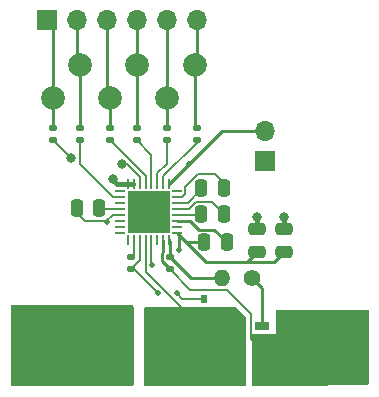
<source format=gbr>
%TF.GenerationSoftware,KiCad,Pcbnew,(6.0.8)*%
%TF.CreationDate,2023-02-11T16:42:38+01:00*%
%TF.ProjectId,VNF1048FTR_TestBoard,564e4631-3034-4384-9654-525f54657374,rev?*%
%TF.SameCoordinates,Original*%
%TF.FileFunction,Copper,L1,Top*%
%TF.FilePolarity,Positive*%
%FSLAX46Y46*%
G04 Gerber Fmt 4.6, Leading zero omitted, Abs format (unit mm)*
G04 Created by KiCad (PCBNEW (6.0.8)) date 2023-02-11 16:42:38*
%MOMM*%
%LPD*%
G01*
G04 APERTURE LIST*
G04 Aperture macros list*
%AMRoundRect*
0 Rectangle with rounded corners*
0 $1 Rounding radius*
0 $2 $3 $4 $5 $6 $7 $8 $9 X,Y pos of 4 corners*
0 Add a 4 corners polygon primitive as box body*
4,1,4,$2,$3,$4,$5,$6,$7,$8,$9,$2,$3,0*
0 Add four circle primitives for the rounded corners*
1,1,$1+$1,$2,$3*
1,1,$1+$1,$4,$5*
1,1,$1+$1,$6,$7*
1,1,$1+$1,$8,$9*
0 Add four rect primitives between the rounded corners*
20,1,$1+$1,$2,$3,$4,$5,0*
20,1,$1+$1,$4,$5,$6,$7,0*
20,1,$1+$1,$6,$7,$8,$9,0*
20,1,$1+$1,$8,$9,$2,$3,0*%
G04 Aperture macros list end*
%TA.AperFunction,ComponentPad*%
%ADD10R,1.700000X1.700000*%
%TD*%
%TA.AperFunction,ComponentPad*%
%ADD11O,1.700000X1.700000*%
%TD*%
%TA.AperFunction,ComponentPad*%
%ADD12C,1.400000*%
%TD*%
%TA.AperFunction,ComponentPad*%
%ADD13O,1.400000X1.400000*%
%TD*%
%TA.AperFunction,SMDPad,CuDef*%
%ADD14R,0.254000X0.812800*%
%TD*%
%TA.AperFunction,SMDPad,CuDef*%
%ADD15R,0.254000X0.863600*%
%TD*%
%TA.AperFunction,SMDPad,CuDef*%
%ADD16R,0.812800X0.254000*%
%TD*%
%TA.AperFunction,SMDPad,CuDef*%
%ADD17R,0.863600X0.254000*%
%TD*%
%TA.AperFunction,SMDPad,CuDef*%
%ADD18R,3.606800X3.606800*%
%TD*%
%TA.AperFunction,ComponentPad*%
%ADD19C,2.000000*%
%TD*%
%TA.AperFunction,SMDPad,CuDef*%
%ADD20R,0.600000X0.800000*%
%TD*%
%TA.AperFunction,SMDPad,CuDef*%
%ADD21RoundRect,0.250000X-0.362500X-1.425000X0.362500X-1.425000X0.362500X1.425000X-0.362500X1.425000X0*%
%TD*%
%TA.AperFunction,SMDPad,CuDef*%
%ADD22RoundRect,0.135000X0.185000X-0.135000X0.185000X0.135000X-0.185000X0.135000X-0.185000X-0.135000X0*%
%TD*%
%TA.AperFunction,SMDPad,CuDef*%
%ADD23R,1.250000X0.650000*%
%TD*%
%TA.AperFunction,SMDPad,CuDef*%
%ADD24R,0.550000X0.725000*%
%TD*%
%TA.AperFunction,SMDPad,CuDef*%
%ADD25R,3.900000X4.600000*%
%TD*%
%TA.AperFunction,SMDPad,CuDef*%
%ADD26R,0.800000X0.400000*%
%TD*%
%TA.AperFunction,ComponentPad*%
%ADD27RoundRect,0.250002X-1.699998X-1.699998X1.699998X-1.699998X1.699998X1.699998X-1.699998X1.699998X0*%
%TD*%
%TA.AperFunction,SMDPad,CuDef*%
%ADD28RoundRect,0.250000X0.475000X-0.250000X0.475000X0.250000X-0.475000X0.250000X-0.475000X-0.250000X0*%
%TD*%
%TA.AperFunction,SMDPad,CuDef*%
%ADD29RoundRect,0.250000X0.250000X0.475000X-0.250000X0.475000X-0.250000X-0.475000X0.250000X-0.475000X0*%
%TD*%
%TA.AperFunction,SMDPad,CuDef*%
%ADD30RoundRect,0.250000X-0.250000X-0.475000X0.250000X-0.475000X0.250000X0.475000X-0.250000X0.475000X0*%
%TD*%
%TA.AperFunction,ViaPad*%
%ADD31C,0.500000*%
%TD*%
%TA.AperFunction,ViaPad*%
%ADD32C,0.800000*%
%TD*%
%TA.AperFunction,Conductor*%
%ADD33C,0.200000*%
%TD*%
%TA.AperFunction,Conductor*%
%ADD34C,0.250000*%
%TD*%
%TA.AperFunction,Conductor*%
%ADD35C,0.400000*%
%TD*%
G04 APERTURE END LIST*
D10*
%TO.P,J4,1,Pin_1*%
%TO.N,GND*%
X127483000Y-42652000D03*
D11*
%TO.P,J4,2,Pin_2*%
%TO.N,+3.3V*%
X127483000Y-40112000D03*
%TD*%
D10*
%TO.P,J1,1,Pin_1*%
%TO.N,/VNF1048FTR/DIAG*%
X108991000Y-30709000D03*
D11*
%TO.P,J1,2,Pin_2*%
%TO.N,/VNF1048FTR/HWLO*%
X111531000Y-30709000D03*
%TO.P,J1,3,Pin_3*%
%TO.N,/VNF1048FTR/SCK*%
X114071000Y-30709000D03*
%TO.P,J1,4,Pin_4*%
%TO.N,/VNF1048FTR/SDO*%
X116611000Y-30709000D03*
%TO.P,J1,5,Pin_5*%
%TO.N,/VNF1048FTR/SDI*%
X119151000Y-30709000D03*
%TO.P,J1,6,Pin_6*%
%TO.N,/VNF1048FTR/CSN*%
X121691000Y-30709000D03*
%TD*%
D12*
%TO.P,RH1,1*%
%TO.N,/VNF1048FTR/MOS_GATE*%
X126365000Y-52578000D03*
D13*
%TO.P,RH1,2*%
%TO.N,/VNF1048FTR/HS_GATE*%
X123825000Y-52578000D03*
%TD*%
D14*
%TO.P,U1,1,VSPI*%
%TO.N,+3.3V*%
X119351999Y-44589700D03*
D15*
%TO.P,U1,2,CSN*%
%TO.N,/VNF1048FTR/CSN*%
X118852000Y-44615100D03*
%TO.P,U1,3,SDI*%
%TO.N,/VNF1048FTR/SDI*%
X118352001Y-44615100D03*
%TO.P,U1,4,SDO*%
%TO.N,/VNF1048FTR/SDO*%
X117852000Y-44615100D03*
%TO.P,U1,5,SCK*%
%TO.N,/VNF1048FTR/SCK*%
X117352000Y-44615100D03*
%TO.P,U1,6,DIAG*%
%TO.N,/VNF1048FTR/DIAG*%
X116851999Y-44615100D03*
%TO.P,U1,7,TEST1*%
%TO.N,GND*%
X116352000Y-44615100D03*
D14*
%TO.P,U1,8,TEST2*%
X115852001Y-44589700D03*
D16*
%TO.P,U1,9,NC*%
%TO.N,unconnected-(U1-Pad9)*%
X115201700Y-45240001D03*
D17*
%TO.P,U1,10,HWLO*%
%TO.N,/VNF1048FTR/HWLO*%
X115227100Y-45740000D03*
%TO.P,U1,11,NC*%
%TO.N,unconnected-(U1-Pad11)*%
X115227100Y-46239999D03*
%TO.P,U1,12,V3V3*%
%TO.N,Net-(C1-Pad2)*%
X115227100Y-46740000D03*
%TO.P,U1,13,GND*%
%TO.N,GND*%
X115227100Y-47240000D03*
%TO.P,U1,14,NC*%
%TO.N,unconnected-(U1-Pad14)*%
X115227100Y-47740001D03*
%TO.P,U1,15,NC*%
%TO.N,unconnected-(U1-Pad15)*%
X115227100Y-48240000D03*
D16*
%TO.P,U1,16,NC*%
%TO.N,unconnected-(U1-Pad16)*%
X115201700Y-48739999D03*
D14*
%TO.P,U1,17,NC*%
%TO.N,unconnected-(U1-Pad17)*%
X115852001Y-49390300D03*
D15*
%TO.P,U1,18,NTC_M*%
%TO.N,Net-(R8-Pad2)*%
X116352000Y-49364900D03*
%TO.P,U1,19,NTC*%
%TO.N,Net-(R8-Pad1)*%
X116851999Y-49364900D03*
%TO.P,U1,20,ISNS_N*%
%TO.N,/VNF1048FTR/MOS_IN*%
X117352000Y-49364900D03*
%TO.P,U1,21,ISNS_P*%
%TO.N,+12V*%
X117852000Y-49364900D03*
%TO.P,U1,22,NC*%
%TO.N,unconnected-(U1-Pad22)*%
X118352001Y-49364900D03*
%TO.P,U1,23,OUT*%
%TO.N,MOS_OUTPUT12V*%
X118852000Y-49364900D03*
D14*
%TO.P,U1,24,HS_GATE*%
%TO.N,/VNF1048FTR/HS_GATE*%
X119351999Y-49390300D03*
D16*
%TO.P,U1,25,VS*%
%TO.N,+12V*%
X120002300Y-48739999D03*
D17*
%TO.P,U1,26,NC*%
%TO.N,unconnected-(U1-Pad26)*%
X119976900Y-48240000D03*
%TO.P,U1,27,CP*%
%TO.N,Net-(C2-Pad2)*%
X119976900Y-47740001D03*
%TO.P,U1,28,CP2P*%
%TO.N,Net-(C4-Pad2)*%
X119976900Y-47240000D03*
%TO.P,U1,29,CP2M*%
%TO.N,Net-(C4-Pad1)*%
X119976900Y-46740000D03*
%TO.P,U1,30,CP1P*%
%TO.N,Net-(C3-Pad2)*%
X119976900Y-46239999D03*
%TO.P,U1,31,CP1M*%
%TO.N,Net-(C3-Pad1)*%
X119976900Y-45740000D03*
D16*
%TO.P,U1,32,NC*%
%TO.N,unconnected-(U1-Pad32)*%
X120002300Y-45240001D03*
D18*
%TO.P,U1,33,EPAD*%
%TO.N,unconnected-(U1-Pad33)*%
X117602000Y-46990000D03*
%TD*%
D19*
%TO.P,TP7,1,1*%
%TO.N,/VNF1048FTR/HWLO*%
X111760000Y-34544000D03*
%TD*%
%TO.P,TP6,1,1*%
%TO.N,/VNF1048FTR/DIAG*%
X109474000Y-37338000D03*
%TD*%
%TO.P,TP5,1,1*%
%TO.N,/VNF1048FTR/SDI*%
X119126000Y-37338000D03*
%TD*%
%TO.P,TP4,1,1*%
%TO.N,/VNF1048FTR/CSN*%
X121539000Y-34544000D03*
%TD*%
%TO.P,TP3,1,1*%
%TO.N,/VNF1048FTR/SCK*%
X114300000Y-37338000D03*
%TD*%
%TO.P,TP2,1,1*%
%TO.N,/VNF1048FTR/SDO*%
X116586000Y-34544000D03*
%TD*%
D20*
%TO.P,RT1,1*%
%TO.N,Net-(R8-Pad1)*%
X122301000Y-54356000D03*
%TO.P,RT1,2*%
%TO.N,/VNF1048FTR/MOS_IN*%
X122301000Y-55356000D03*
%TD*%
D21*
%TO.P,RS1,1*%
%TO.N,+12V*%
X112988500Y-58420000D03*
%TO.P,RS1,2*%
%TO.N,/VNF1048FTR/MOS_IN*%
X118913500Y-58420000D03*
%TD*%
D22*
%TO.P,R9,1*%
%TO.N,MOS_OUTPUT12V*%
X119380000Y-51818000D03*
%TO.P,R9,2*%
%TO.N,/VNF1048FTR/HS_GATE*%
X119380000Y-50798000D03*
%TD*%
%TO.P,R8,1*%
%TO.N,Net-(R8-Pad1)*%
X116078000Y-51818000D03*
%TO.P,R8,2*%
%TO.N,Net-(R8-Pad2)*%
X116078000Y-50798000D03*
%TD*%
%TO.P,R7,1*%
%TO.N,/VNF1048FTR/HWLO*%
X111760000Y-40896000D03*
%TO.P,R7,2*%
X111760000Y-39876000D03*
%TD*%
%TO.P,R6,1*%
%TO.N,/VNF1048FTR/SCK*%
X114300000Y-40896000D03*
%TO.P,R6,2*%
X114300000Y-39876000D03*
%TD*%
%TO.P,R5,1*%
%TO.N,/VNF1048FTR/SDO*%
X116586000Y-40896000D03*
%TO.P,R5,2*%
X116586000Y-39876000D03*
%TD*%
%TO.P,R4,1*%
%TO.N,/VNF1048FTR/SDI*%
X119126000Y-40896000D03*
%TO.P,R4,2*%
X119126000Y-39876000D03*
%TD*%
%TO.P,R3,1*%
%TO.N,/VNF1048FTR/CSN*%
X121666000Y-40896000D03*
%TO.P,R3,2*%
X121666000Y-39876000D03*
%TD*%
%TO.P,R1,1*%
%TO.N,/VNF1048FTR/DIAG*%
X109474000Y-40896000D03*
%TO.P,R1,2*%
X109474000Y-39876000D03*
%TD*%
D23*
%TO.P,Q1,1,S_1*%
%TO.N,MOS_OUTPUT12V*%
X127203500Y-60452000D03*
%TO.P,Q1,2,S_2*%
X127203500Y-59182000D03*
%TO.P,Q1,3,S_3*%
X127203500Y-57912000D03*
%TO.P,Q1,4,G*%
%TO.N,/VNF1048FTR/MOS_GATE*%
X127203500Y-56642000D03*
D24*
%TO.P,Q1,5,D_1*%
%TO.N,/VNF1048FTR/MOS_IN*%
X121503500Y-56642000D03*
%TO.P,Q1,6,D_2*%
X121503500Y-57912000D03*
%TO.P,Q1,7,D_3*%
X121503500Y-59182000D03*
%TO.P,Q1,8,D_4*%
X121503500Y-60452000D03*
D25*
%TO.P,Q1,9,D_5*%
X123728500Y-58547000D03*
D26*
%TO.P,Q1,10,D_6*%
X122503500Y-56047000D03*
%TO.P,Q1,11,D_7*%
X124953500Y-56047000D03*
%TO.P,Q1,12,D_8*%
X122503500Y-61047000D03*
%TO.P,Q1,13,D_9*%
X124953500Y-61047000D03*
%TD*%
D27*
%TO.P,J3,1,Pin_1*%
%TO.N,+12V*%
X109093000Y-58420000D03*
%TD*%
%TO.P,J2,1,Pin_1*%
%TO.N,MOS_OUTPUT12V*%
X132715000Y-58420000D03*
%TD*%
D28*
%TO.P,C6,1*%
%TO.N,+12V*%
X126746000Y-50353000D03*
%TO.P,C6,2*%
%TO.N,GND*%
X126746000Y-48453000D03*
%TD*%
%TO.P,C5,2*%
%TO.N,GND*%
X129032000Y-48453000D03*
%TO.P,C5,1*%
%TO.N,+12V*%
X129032000Y-50353000D03*
%TD*%
D29*
%TO.P,C4,1*%
%TO.N,Net-(C4-Pad1)*%
X123987600Y-47142400D03*
%TO.P,C4,2*%
%TO.N,Net-(C4-Pad2)*%
X122087600Y-47142400D03*
%TD*%
%TO.P,C3,1*%
%TO.N,Net-(C3-Pad1)*%
X123987600Y-44958000D03*
%TO.P,C3,2*%
%TO.N,Net-(C3-Pad2)*%
X122087600Y-44958000D03*
%TD*%
D30*
%TO.P,C2,1*%
%TO.N,+12V*%
X122306000Y-49530000D03*
%TO.P,C2,2*%
%TO.N,Net-(C2-Pad2)*%
X124206000Y-49530000D03*
%TD*%
%TO.P,C1,1*%
%TO.N,GND*%
X111511000Y-46659800D03*
%TO.P,C1,2*%
%TO.N,Net-(C1-Pad2)*%
X113411000Y-46659800D03*
%TD*%
D31*
%TO.N,GND*%
X114046000Y-47802800D03*
%TO.N,+3.3V*%
X121010650Y-42931050D03*
%TO.N,+12V*%
X120142000Y-50165000D03*
X113665000Y-55880000D03*
X117901500Y-51511200D03*
%TO.N,Net-(R8-Pad1)*%
X118394544Y-53842856D03*
X119984456Y-53878544D03*
D32*
%TO.N,GND*%
X114554000Y-44196000D03*
X126746000Y-47371000D03*
X129032000Y-47371000D03*
%TO.N,/VNF1048FTR/DIAG*%
X115329378Y-42912622D03*
X110998000Y-42418000D03*
%TD*%
D33*
%TO.N,Net-(C3-Pad1)*%
X120468999Y-45740000D02*
X119976900Y-45740000D01*
X120708700Y-45500299D02*
X120468999Y-45740000D01*
X121753183Y-43789600D02*
X120708700Y-44834083D01*
X120708700Y-44834083D02*
X120708700Y-45500299D01*
X123240800Y-43789600D02*
X121753183Y-43789600D01*
X123987600Y-44536400D02*
X123240800Y-43789600D01*
X123987600Y-44958000D02*
X123987600Y-44536400D01*
%TO.N,Net-(C3-Pad2)*%
X122087600Y-45073897D02*
X122087600Y-44958000D01*
X120921498Y-46239999D02*
X122087600Y-45073897D01*
X119976900Y-46239999D02*
X120921498Y-46239999D01*
%TO.N,Net-(C4-Pad1)*%
X122962600Y-46117400D02*
X123987600Y-47142400D01*
X121609783Y-46117400D02*
X122962600Y-46117400D01*
X120987183Y-46740000D02*
X121609783Y-46117400D01*
X119976900Y-46740000D02*
X120987183Y-46740000D01*
%TO.N,Net-(C4-Pad2)*%
X119976900Y-47240000D02*
X121990000Y-47240000D01*
X121990000Y-47240000D02*
X122087600Y-47142400D01*
D34*
%TO.N,+3.3V*%
X121010650Y-42931050D02*
X121467850Y-42473850D01*
X120502650Y-43439050D02*
X121010650Y-42931050D01*
X121467850Y-42473850D02*
X123829699Y-40112000D01*
D33*
%TO.N,/VNF1048FTR/SCK*%
X114302000Y-40896000D02*
X117352000Y-43946000D01*
D34*
%TO.N,+3.3V*%
X119351999Y-44589700D02*
X120502650Y-43439050D01*
%TO.N,+12V*%
X120142000Y-50165000D02*
X120142000Y-48879699D01*
X120142000Y-48879699D02*
X120002300Y-48739999D01*
%TO.N,+3.3V*%
X123829699Y-40112000D02*
X127483000Y-40112000D01*
%TO.N,/VNF1048FTR/CSN*%
X121691000Y-34392000D02*
X121539000Y-34544000D01*
X121691000Y-30709000D02*
X121691000Y-34392000D01*
%TO.N,/VNF1048FTR/SDI*%
X119151000Y-37313000D02*
X119126000Y-37338000D01*
X119151000Y-30709000D02*
X119151000Y-37313000D01*
%TO.N,/VNF1048FTR/SDO*%
X116611000Y-34519000D02*
X116586000Y-34544000D01*
X116611000Y-30709000D02*
X116611000Y-34519000D01*
%TO.N,/VNF1048FTR/SCK*%
X114071000Y-37109000D02*
X114300000Y-37338000D01*
X114071000Y-30709000D02*
X114071000Y-37109000D01*
%TO.N,/VNF1048FTR/HWLO*%
X111531000Y-34315000D02*
X111760000Y-34544000D01*
X111531000Y-30709000D02*
X111531000Y-34315000D01*
%TO.N,/VNF1048FTR/DIAG*%
X109474000Y-31192000D02*
X109474000Y-37338000D01*
X108991000Y-30709000D02*
X109474000Y-31192000D01*
D33*
%TO.N,GND*%
X111511000Y-47071200D02*
X111511000Y-46659800D01*
X112217200Y-47777400D02*
X111511000Y-47071200D01*
X114030901Y-47777400D02*
X112217200Y-47777400D01*
X114568301Y-47240000D02*
X114030901Y-47777400D01*
X115227100Y-47240000D02*
X114568301Y-47240000D01*
%TO.N,Net-(C1-Pad2)*%
X115227100Y-46740000D02*
X113491200Y-46740000D01*
X113491200Y-46740000D02*
X113411000Y-46659800D01*
%TO.N,MOS_OUTPUT12V*%
X126278500Y-57698500D02*
X126492000Y-57912000D01*
X126278500Y-55651100D02*
X126278500Y-57698500D01*
X124205400Y-53578000D02*
X126278500Y-55651100D01*
X126492000Y-57912000D02*
X127203500Y-57912000D01*
X121140000Y-53578000D02*
X124205400Y-53578000D01*
X119380000Y-51818000D02*
X121140000Y-53578000D01*
%TO.N,+12V*%
X112988500Y-56556500D02*
X112988500Y-58420000D01*
X113665000Y-55880000D02*
X112988500Y-56556500D01*
X117852000Y-51461700D02*
X117901500Y-51511200D01*
X117852000Y-49364900D02*
X117852000Y-51461700D01*
%TO.N,Net-(R8-Pad1)*%
X116369688Y-51818000D02*
X116078000Y-51818000D01*
X118394544Y-53842856D02*
X116369688Y-51818000D01*
X122301000Y-54356000D02*
X120461912Y-54356000D01*
X120461912Y-54356000D02*
X119984456Y-53878544D01*
%TO.N,/VNF1048FTR/MOS_IN*%
X120684800Y-55356000D02*
X117352000Y-52023200D01*
X117352000Y-52023200D02*
X117352000Y-49364900D01*
X122301000Y-55356000D02*
X120684800Y-55356000D01*
%TO.N,Net-(R8-Pad1)*%
X116851999Y-51044001D02*
X116851999Y-49364900D01*
X116078000Y-51818000D02*
X116851999Y-51044001D01*
%TO.N,Net-(R8-Pad2)*%
X116352000Y-50524000D02*
X116078000Y-50798000D01*
X116352000Y-49364900D02*
X116352000Y-50524000D01*
D34*
%TO.N,/VNF1048FTR/MOS_GATE*%
X127203500Y-53416500D02*
X127203500Y-56642000D01*
X126365000Y-52578000D02*
X127203500Y-53416500D01*
%TO.N,/VNF1048FTR/HS_GATE*%
X121160000Y-52578000D02*
X119380000Y-50798000D01*
X123825000Y-52578000D02*
X121160000Y-52578000D01*
D35*
%TO.N,GND*%
X116324999Y-44589700D02*
X116324999Y-44615100D01*
X115852001Y-44589700D02*
X116324999Y-44589700D01*
X114947700Y-44589700D02*
X114554000Y-44196000D01*
X115852001Y-44589700D02*
X114947700Y-44589700D01*
X126746000Y-48453000D02*
X126746000Y-47371000D01*
X129032000Y-48453000D02*
X129032000Y-47371000D01*
D34*
%TO.N,+12V*%
X125918000Y-51181000D02*
X128204000Y-51181000D01*
X128204000Y-51181000D02*
X129032000Y-50353000D01*
X122443301Y-51181000D02*
X125918000Y-51181000D01*
X125918000Y-51181000D02*
X126746000Y-50353000D01*
X120792301Y-49530000D02*
X122443301Y-51181000D01*
X122306000Y-49530000D02*
X120792301Y-49530000D01*
X120792301Y-49530000D02*
X120002300Y-48739999D01*
%TO.N,Net-(C2-Pad2)*%
X123156000Y-48480000D02*
X124206000Y-49530000D01*
X121135432Y-47740001D02*
X121875431Y-48480000D01*
X121875431Y-48480000D02*
X123156000Y-48480000D01*
X119976900Y-47740001D02*
X121135432Y-47740001D01*
%TO.N,/VNF1048FTR/HS_GATE*%
X119380000Y-49418301D02*
X119351999Y-49390300D01*
X119380000Y-50798000D02*
X119380000Y-49418301D01*
%TO.N,MOS_OUTPUT12V*%
X118735000Y-51173000D02*
X119380000Y-51818000D01*
X118735000Y-50472462D02*
X118735000Y-51173000D01*
X118852000Y-50355462D02*
X118735000Y-50472462D01*
X118852000Y-49364900D02*
X118852000Y-50355462D01*
D33*
%TO.N,/VNF1048FTR/DIAG*%
X116851999Y-44011685D02*
X116851999Y-44615100D01*
X115752936Y-42912622D02*
X116851999Y-44011685D01*
X115329378Y-42912622D02*
X115752936Y-42912622D01*
X109476000Y-40896000D02*
X110998000Y-42418000D01*
X109474000Y-40896000D02*
X109476000Y-40896000D01*
%TO.N,/VNF1048FTR/HWLO*%
X111760000Y-42926000D02*
X114574000Y-45740000D01*
X111760000Y-40896000D02*
X111760000Y-42926000D01*
X114574000Y-45740000D02*
X115227100Y-45740000D01*
D34*
%TO.N,/VNF1048FTR/DIAG*%
X109474000Y-37338000D02*
X109474000Y-39876000D01*
%TO.N,/VNF1048FTR/HWLO*%
X111760000Y-34544000D02*
X111760000Y-39876000D01*
D33*
%TO.N,/VNF1048FTR/SCK*%
X117352000Y-43946000D02*
X117352000Y-44615100D01*
X114300000Y-40896000D02*
X114302000Y-40896000D01*
%TO.N,/VNF1048FTR/SDO*%
X116586000Y-40896000D02*
X117852000Y-42162000D01*
X117852000Y-42162000D02*
X117852000Y-44615100D01*
%TO.N,/VNF1048FTR/SDI*%
X118352001Y-43699999D02*
X118352001Y-44615100D01*
X119126000Y-42926000D02*
X118352001Y-43699999D01*
X119126000Y-40896000D02*
X119126000Y-42926000D01*
%TO.N,/VNF1048FTR/CSN*%
X118852000Y-43962000D02*
X118852000Y-44615100D01*
X121666000Y-41148000D02*
X118852000Y-43962000D01*
X121666000Y-40896000D02*
X121666000Y-41148000D01*
D34*
X121539000Y-39749000D02*
X121666000Y-39876000D01*
X121539000Y-34544000D02*
X121539000Y-39749000D01*
%TO.N,/VNF1048FTR/SDI*%
X119126000Y-37338000D02*
X119126000Y-39876000D01*
%TO.N,/VNF1048FTR/SDO*%
X116586000Y-34544000D02*
X116586000Y-39876000D01*
%TO.N,/VNF1048FTR/SCK*%
X114300000Y-37338000D02*
X114300000Y-39876000D01*
%TD*%
%TA.AperFunction,Conductor*%
%TO.N,MOS_OUTPUT12V*%
G36*
X136213121Y-55265002D02*
G01*
X136259614Y-55318658D01*
X136271000Y-55371000D01*
X136271000Y-61470601D01*
X136250998Y-61538722D01*
X136197342Y-61585215D01*
X136146613Y-61596591D01*
X129325894Y-61683812D01*
X126467211Y-61720368D01*
X126398840Y-61701238D01*
X126351665Y-61648182D01*
X126339600Y-61594378D01*
X126339600Y-57403000D01*
X126359602Y-57334879D01*
X126413258Y-57288386D01*
X126465600Y-57277000D01*
X128397000Y-57277000D01*
X128397000Y-55371000D01*
X128417002Y-55302879D01*
X128470658Y-55256386D01*
X128523000Y-55245000D01*
X136145000Y-55245000D01*
X136213121Y-55265002D01*
G37*
%TD.AperFunction*%
%TD*%
%TA.AperFunction,Conductor*%
%TO.N,/VNF1048FTR/MOS_IN*%
G36*
X124984259Y-55036399D02*
G01*
X125003934Y-55052020D01*
X125844196Y-55868287D01*
X125879120Y-55930100D01*
X125882400Y-55958664D01*
X125882400Y-61596000D01*
X125862398Y-61664121D01*
X125808742Y-61710614D01*
X125756400Y-61722000D01*
X117321600Y-61722000D01*
X117253479Y-61701998D01*
X117206986Y-61648342D01*
X117195600Y-61596000D01*
X117195600Y-55142400D01*
X117215602Y-55074279D01*
X117269258Y-55027786D01*
X117321600Y-55016400D01*
X122724035Y-55016398D01*
X124916138Y-55016397D01*
X124984259Y-55036399D01*
G37*
%TD.AperFunction*%
%TD*%
%TA.AperFunction,Conductor*%
%TO.N,+12V*%
G36*
X116274121Y-54884002D02*
G01*
X116320614Y-54937658D01*
X116332000Y-54990000D01*
X116332000Y-61596000D01*
X116311998Y-61664121D01*
X116258342Y-61710614D01*
X116206000Y-61722000D01*
X106044000Y-61722000D01*
X105975879Y-61701998D01*
X105929386Y-61648342D01*
X105918000Y-61596000D01*
X105918000Y-54990000D01*
X105938002Y-54921879D01*
X105991658Y-54875386D01*
X106044000Y-54864000D01*
X116206000Y-54864000D01*
X116274121Y-54884002D01*
G37*
%TD.AperFunction*%
%TD*%
M02*

</source>
